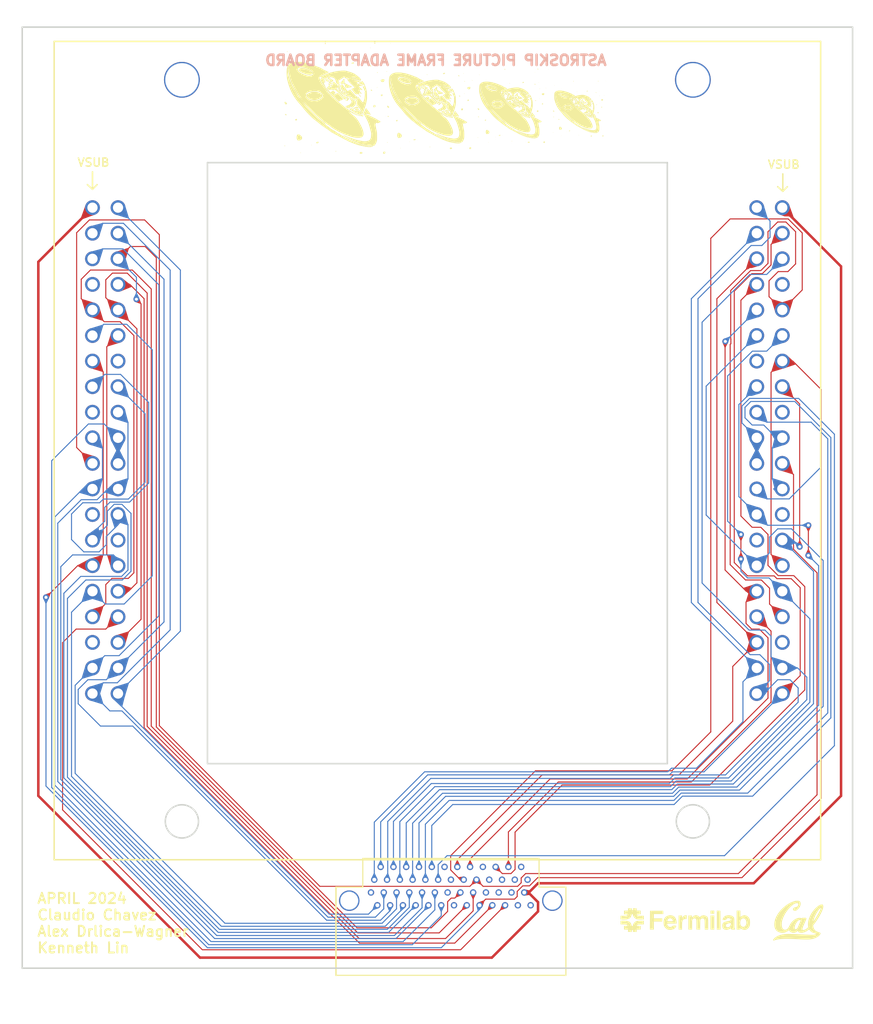
<source format=kicad_pcb>
(kicad_pcb (version 20221018) (generator pcbnew)
  (layers (0 "F.Cu" signal) (1 "In1.Cu" signal) (2 "In2.Cu" signal) (31 "B.Cu" signal) (34 "B.Paste" user) (35 "F.Paste" user) (36 "B.SilkS" user "B.Silkscreen") (37 "F.SilkS" user "F.Silkscreen") (38 "B.Mask" user) (39 "F.Mask" user) (44 "Edge.Cuts" user))
  (net 0 "")
  (net 1 "P+")
  (net 2 "N+")
  (net 3 "VSUB")
  (net 4 "VDD")
  (net 5 "VIDEO_L1")
  (net 6 "V2")
  (net 7 "VIDEO_L2")
  (net 8 "H3_L")
  (net 9 "H2")
  (net 10 "H1_L")
  (net 11 "H1_U")
  (net 12 "H3_U")
  (net 13 "VIDEO_U2")
  (net 14 "VIDEO_U1")
  (net 15 "GND")
  (net 16 "DRAIN_L")
  (net 17 "RD_L")
  (net 18 "TG_L")
  (net 19 "OG_L")
  (net 20 "RG_L")
  (net 21 "DRAIN_U")
  (net 22 "RD_U")
  (net 23 "TG_U")
  (net 24 "OG_U")
  (net 25 "RG_U")
  (net 26 "V3_L")
  (net 27 "V1_L")
  (net 28 "DG_L")
  (net 29 "SW_L")
  (net 30 "V3_U")
  (net 31 "V1_U")
  (net 32 "DG_U")
  (net 33 "SW_U")
  (footprint "MiguelFootprints:pf_skipper" (layer "F.Cu") (at 109.50448 126.81204 -90)
    (fp_text reference "PF1" hide)
    (fp_text value "pf_skipper" hide)
  )
  (footprint "projectFootprints:MNPO-51-H4-N-EJS - FEMALE" (layer "F.Cu") (at 159.6136 129.6924)
    (fp_text reference "J1" hide)
    (fp_text value "Conn_02x25_Top_Bottom" hide)
  )
  (footprint "projectFootprints:cal" (layer "F.Cu") (at 184.0484 131.6736)
    (fp_text reference "G***" hide)
    (fp_text value "LOGO" hide)
  )
  (footprint "projectFootprints:spaceman2" (layer "F.Cu") (at 147.2184 50.6476)
    (fp_text reference "G***" hide)
    (fp_text value "LOGO" hide)
  )
  (footprint "projectFootprints:spaceman4" (layer "F.Cu") (at 162.1028 51.1556)
    (fp_text reference "G***" hide)
    (fp_text value "LOGO" hide)
  )
  (footprint "projectFootprints:spaceman1" (layer "F.Cu") (at 137.8204 50.2412)
    (fp_text reference "G***" hide)
    (fp_text value "LOGO" hide)
  )
  (footprint "projectFootprints:fnal_logo" (layer "F.Cu") (at 172.8216 131.6228)
    (fp_text reference "G***" hide)
    (fp_text value "LOGO" hide)
  )
  (footprint "projectFootprints:spaceman3" (layer "F.Cu") (at 155.41378 50.915848)
    (fp_text reference "G***" hide)
    (fp_text value "LOGO" hide)
  )
  (gr_line (start 182.5244 59.2328) (end 182.9816 58.7756) (stroke (width 0.15)) (layer "F.SilkS"))
  (gr_line (start 113.8936 59.0296) (end 113.3856 58.5724) (stroke (width 0.15)) (layer "F.SilkS"))
  (gr_line (start 182.5244 57.5056) (end 182.5244 59.2328) (stroke (width 0.15)) (layer "F.SilkS"))
  (gr_line (start 182.5244 59.2328) (end 182.0164 58.7756) (stroke (width 0.15)) (layer "F.SilkS"))
  (gr_line (start 113.8936 59.0296) (end 114.3508 58.5724) (stroke (width 0.15)) (layer "F.SilkS"))
  (gr_line (start 113.8936 57.3024) (end 113.8936 59.0296) (stroke (width 0.15)) (layer "F.SilkS"))
  (gr_circle (center 122.7836 121.8184) (end 124.4346 121.8184) (stroke (width 0.15)) (fill none) (layer "Edge.Cuts"))
  (gr_circle (center 173.5836 121.8184) (end 175.2346 121.8184) (stroke (width 0.15)) (fill none) (layer "Edge.Cuts"))
  (gr_line (start 125.3236 116.078) (end 171.0436 116.078) (stroke (width 0.15)) (layer "Edge.Cuts"))
  (gr_line (start 125.3236 56.388) (end 171.0436 56.388) (stroke (width 0.15)) (layer "Edge.Cuts"))
  (gr_line (start 106.9086 42.926) (end 189.4586 42.926) (stroke (width 0.15)) (layer "Edge.Cuts"))
  (gr_line (start 125.3236 56.388) (end 125.3236 116.078) (stroke (width 0.15)) (layer "Edge.Cuts"))
  (gr_line (start 106.9086 136.398) (end 189.4586 136.398) (stroke (width 0.15)) (layer "Edge.Cuts"))
  (gr_line (start 189.4586 42.926) (end 189.4586 136.398) (stroke (width 0.15)) (layer "Edge.Cuts"))
  (gr_line (start 106.9086 42.926) (end 106.9086 136.398) (stroke (width 0.15)) (layer "Edge.Cuts"))
  (gr_line (start 171.0436 56.388) (end 171.0436 116.078) (stroke (width 0.15)) (layer "Edge.Cuts"))
  (gr_text "ASTROSKIP PICTURE FRAME ADAPTER BOARD" (at 148.0312 46.228) (layer "B.SilkS") (effects (font (size 1.016 1.016) (thickness 0.254)) (justify mirror)))
  (gr_text "APRIL 2024\nClaudio Chavez\nAlex Drlica-Wagner\nKenneth Lin" (at 108.3056 131.9276) (layer "F.SilkS") (effects (font (size 1.016 1.016) (thickness 0.1905)) (justify left)))
  (gr_text "VSUB" (at 112.3188 56.8452) (layer "F.SilkS") (effects (font (size 0.8128 0.8128)) (justify left bottom)))
  (gr_text "VSUB" (at 180.9496 57.0484) (layer "F.SilkS") (effects (font (size 0.8128 0.8128)) (justify left bottom)))
  (segment (start 152.3746 130.1496) (end 152.9842 129.54) (width 0.1016) (layer "F.Cu") (net 1))
  (segment (start 152.9842 129.54) (end 155.8544 129.54) (width 0.1016) (layer "F.Cu") (net 1))
  (segment (start 178.4604 127.4064) (end 186.3344 119.5324) (width 0.1016) (layer "F.Cu") (net 1))
  (segment (start 186.3344 78.917632) (end 183.515168 76.0984) (width 0.1016) (layer "F.Cu") (net 1))
  (segment (start 109.2708 99.568) (end 112.4204 96.4184) (width 0.1016) (layer "F.Cu") (net 1))
  (segment (start 155.8544 129.54) (end 156.1179 129.2765) (width 0.1016) (layer "F.Cu") (net 1))
  (segment (start 112.4204 96.4184) (end 113.8936 96.4184) (width 0.1016) (layer "F.Cu") (net 1))
  (segment (start 156.669476 128.2192) (end 157.343898 128.2192) (width 0.1016) (layer "F.Cu") (net 1))
  (segment (start 157.343898 128.2192) (end 158.156698 127.4064) (width 0.1016) (layer "F.Cu") (net 1))
  (segment (start 181.356 77.216) (end 182.4736 76.0984) (width 0.1016) (layer "F.Cu") (net 1))
  (segment (start 181.356 95.3008) (end 181.356 77.216) (width 0.1016) (layer "F.Cu") (net 1))
  (segment (start 182.4736 96.4184) (end 181.356 95.3008) (width 0.1016) (layer "F.Cu") (net 1))
  (segment (start 114.9604 77.1652) (end 114.9604 95.3516) (width 0.1016) (layer "F.Cu") (net 1))
  (segment (start 113.8936 76.0984) (end 114.9604 77.1652) (width 0.1016) (layer "F.Cu") (net 1))
  (segment (start 183.515168 76.0984) (end 182.4736 76.0984) (width 0.1016) (layer "F.Cu") (net 1))
  (segment (start 114.9604 95.3516) (end 113.8936 96.4184) (width 0.1016) (layer "F.Cu") (net 1))
  (segment (start 158.156698 127.4064) (end 178.4604 127.4064) (width 0.1016) (layer "F.Cu") (net 1))
  (segment (start 156.1179 129.2765) (end 156.1179 128.770776) (width 0.1016) (layer "F.Cu") (net 1))
  (segment (start 156.1179 128.770776) (end 156.669476 128.2192) (width 0.1016) (layer "F.Cu") (net 1))
  (segment (start 186.3344 119.5324) (end 186.3344 78.917632) (width 0.1016) (layer "F.Cu") (net 1))
  (via (at 109.2708 99.568) (size 0.6) (drill 0.3) (layers "F.Cu" "B.Cu") (net 1))
  (segment (start 109.2708 118.3132) (end 125.3236 134.366) (width 0.1016) (layer "B.Cu") (net 1))
  (segment (start 125.3236 134.366) (end 148.572749 134.366) (width 0.1016) (layer "B.Cu") (net 1))
  (segment (start 148.572749 134.366) (end 152.3746 130.564149) (width 0.1016) (layer "B.Cu") (net 1))
  (segment (start 152.3746 130.564149) (end 152.3746 130.1496) (width 0.1016) (layer "B.Cu") (net 1))
  (segment (start 109.2708 99.568) (end 109.2708 118.3132) (width 0.1016) (layer "B.Cu") (net 1))
  (segment (start 112.3188 84.6836) (end 112.3188 63.3476) (width 0.1016) (layer "F.Cu") (net 2))
  (segment (start 156.955702 127) (end 178.1048 127) (width 0.1016) (layer "F.Cu") (net 2))
  (segment (start 113.8936 86.2584) (end 112.3188 84.6836) (width 0.1016) (layer "F.Cu") (net 2))
  (segment (start 185.928 97.1296) (end 183.5912 94.7928) (width 0.1016) (layer "F.Cu") (net 2))
  (segment (start 183.5912 94.7928) (end 183.5912 87.376) (width 0.1016) (layer "F.Cu") (net 2))
  (segment (start 156.5148 127.9144) (end 156.5148 127.440902) (width 0.1016) (layer "F.Cu") (net 2))
  (segment (start 136.4996 128.27) (end 151.4094 128.27) (width 0.1016) (layer "F.Cu") (net 2))
  (segment (start 113.5888 62.0776) (end 119.0752 62.0776) (width 0.1016) (layer "F.Cu") (net 2))
  (segment (start 152.7302 128.27) (end 156.1592 128.27) (width 0.1016) (layer "F.Cu") (net 2))
  (segment (start 119.0752 62.0776) (end 120.542 63.5444) (width 0.1016) (layer "F.Cu") (net 2))
  (segment (start 120.542 63.5444) (end 120.542 112.3124) (width 0.1016) (layer "F.Cu") (net 2))
  (segment (start 120.542 112.3124) (end 136.4996 128.27) (width 0.1016) (layer "F.Cu") (net 2))
  (segment (start 183.5912 87.376) (end 182.4736 86.2584) (width 0.1016) (layer "F.Cu") (net 2))
  (segment (start 156.1592 128.27) (end 156.5148 127.9144) (width 0.1016) (layer "F.Cu") (net 2))
  (segment (start 152.0698 127.6096) (end 152.7302 128.27) (width 0.1016) (layer "F.Cu") (net 2))
  (segment (start 156.5148 127.440902) (end 156.955702 127) (width 0.1016) (layer "F.Cu") (net 2))
  (segment (start 151.4094 128.27) (end 152.0698 127.6096) (width 0.1016) (layer "F.Cu") (net 2))
  (segment (start 112.3188 63.3476) (end 113.5888 62.0776) (width 0.1016) (layer "F.Cu") (net 2))
  (segment (start 178.1048 127) (end 185.928 119.1768) (width 0.1016) (layer "F.Cu") (net 2))
  (segment (start 185.928 119.1768) (end 185.928 97.1296) (width 0.1016) (layer "F.Cu") (net 2))
  (segment (start 124.5818 135.3514) (end 108.5088 119.2784) (width 0.25) (layer "F.Cu") (net 3))
  (segment (start 108.5088 119.2784) (end 108.5088 66.2432) (width 0.25) (layer "F.Cu") (net 3))
  (segment (start 158.1912 127.9652) (end 179.6288 127.9652) (width 0.25) (layer "F.Cu") (net 3))
  (segment (start 157.226 128.8796) (end 158.1912 129.8448) (width 0.25) (layer "F.Cu") (net 3))
  (segment (start 179.6288 127.9652) (end 188.3156 119.2784) (width 0.25) (layer "F.Cu") (net 3))
  (segment (start 157.2768 128.8796) (end 158.1912 127.9652) (width 0.25) (layer "F.Cu") (net 3))
  (segment (start 182.5752 60.96) (end 182.4736 60.8584) (width 0.25) (layer "F.Cu") (net 3))
  (segment (start 108.5088 66.2432) (end 113.8936 60.8584) (width 0.25) (layer "F.Cu") (net 3))
  (segment (start 158.1912 130.7592) (end 153.599 135.3514) (width 0.25) (layer "F.Cu") (net 3))
  (segment (start 156.8196 128.8796) (end 157.226 128.8796) (width 0.25) (layer "F.Cu") (net 3))
  (segment (start 158.1912 129.8448) (end 158.1912 130.7592) (width 0.25) (layer "F.Cu") (net 3))
  (segment (start 188.3156 119.2784) (end 188.3156 66.7004) (width 0.25) (layer "F.Cu") (net 3))
  (segment (start 188.3156 66.7004) (end 182.4736 60.8584) (width 0.25) (layer "F.Cu") (net 3))
  (segment (start 153.599 135.3514) (end 124.5818 135.3514) (width 0.25) (layer "F.Cu") (net 3))
  (segment (start 156.8196 128.8796) (end 157.2768 128.8796) (width 0.25) (layer "F.Cu") (net 3))
  (segment (start 175.3616 63.9064) (end 177.292 61.976) (width 0.1016) (layer "F.Cu") (net 4))
  (segment (start 177.292 74.438949) (end 177.292 96.3168) (width 0.1016) (layer "F.Cu") (net 4))
  (segment (start 177.3602 73.914451) (end 177.3602 74.370749) (width 0.1016) (layer "F.Cu") (net 4))
  (segment (start 113.6904 67.056) (end 112.776 67.9704) (width 0.1016) (layer "F.Cu") (net 4))
  (segment (start 112.776 67.9704) (end 112.776 69.9008) (width 0.1016) (layer "F.Cu") (net 4))
  (segment (start 115.2144 100.1776) (end 115.2144 98.298) (width 0.1016) (layer "F.Cu") (net 4))
  (segment (start 178.816 97.8408) (end 180.3908 97.8408) (width 0.1016) (layer "F.Cu") (net 4))
  (segment (start 181.0512 63.246) (end 181.0512 66.3956) (width 0.1016) (layer "F.Cu") (net 4))
  (segment (start 117.856 67.056) (end 113.6904 67.056) (width 0.1016) (layer "F.Cu") (net 4))
  (segment (start 115.062 72.1868) (end 113.8936 71.0184) (width 0.1016) (layer "F.Cu") (net 4))
  (segment (start 119.7356 112.359052) (end 119.7356 68.9356) (width 0.1016) (layer "F.Cu") (net 4))
  (segment (start 182.0672 67.2084) (end 183.0324 67.2084) (width 0.1016) (layer "F.Cu") (net 4))
  (segment (start 184.4548 63.371062) (end 184.4548 69.0372) (width 0.1016) (layer "F.Cu") (net 4))
  (segment (start 180.34 67.1068) (end 179.324 67.1068) (width 0.1016) (layer "F.Cu") (net 4))
  (segment (start 183.7944 66.4464) (end 183.7944 63.246) (width 0.1016) (layer "F.Cu") (net 4))
  (segment (start 179.324 67.1068) (end 177.3428 69.088) (width 0.1016) (layer "F.Cu") (net 4))
  (segment (start 150.4696 127.6096) (end 149.5044 126.6444) (width 0.1016) (layer "F.Cu") (net 4))
  (segment (start 177.3428 69.088) (end 177.3428 73.897051) (width 0.1016) (layer "F.Cu") (net 4))
  (segment (start 157.9372 116.7892) (end 171.5008 116.7892) (width 0.1016) (layer "F.Cu") (net 4))
  (segment (start 175.3616 112.9284) (end 175.3616 63.9064) (width 0.1016) (layer "F.Cu") (net 4))
  (segment (start 181.1528 69.6976) (end 181.1528 68.1228) (width 0.1016) (layer "F.Cu") (net 4))
  (segment (start 181.0512 66.3956) (end 180.34 67.1068) (width 0.1016) (layer "F.Cu") (net 4))
  (segment (start 182.4736 71.0184) (end 181.1528 69.6976) (width 0.1016) (layer "F.Cu") (net 4))
  (segment (start 183.7944 63.246) (end 182.8292 62.2808) (width 0.1016) (layer "F.Cu") (net 4))
  (segment (start 115.824 97.6884) (end 117.4496 97.6884) (width 0.1016) (layer "F.Cu") (net 4))
  (segment (start 182.0164 62.2808) (end 181.0512 63.246) (width 0.1016) (layer "F.Cu") (net 4))
  (segment (start 113.8936 101.4984) (end 115.2144 100.1776) (width 0.1016) (layer "F.Cu") (net 4))
  (segment (start 149.5044 125.222) (end 157.9372 116.7892) (width 0.1016) (layer "F.Cu") (net 4))
  (segment (start 183.0324 67.2084) (end 183.7944 66.4464) (width 0.1016) (layer "F.Cu") (net 4))
  (segment (start 148.3614 132.8928) (end 140.269348 132.8928) (width 0.1016) (layer "F.Cu") (net 4))
  (segment (start 181.2036 98.6536) (end 181.2036 100.2284) (width 0.1016) (layer "F.Cu") (net 4))
  (segment (start 177.3602 74.370749) (end 177.292 74.438949) (width 0.1016) (layer "F.Cu") (net 4))
  (segment (start 119.7356 68.9356) (end 117.856 67.056) (width 0.1016) (layer "F.Cu") (net 4))
  (segment (start 184.4548 69.0372) (end 182.4736 71.0184) (width 0.1016) (layer "F.Cu") (net 4))
  (segment (start 177.292 96.3168) (end 178.816 97.8408) (width 0.1016) (layer "F.Cu") (net 4))
  (segment (start 182.8292 62.2808) (end 182.0164 62.2808) (width 0.1016) (layer "F.Cu") (net 4))
  (segment (start 183.059738 61.976) (end 184.4548 63.371062) (width 0.1016) (layer "F.Cu") (net 4))
  (segment (start 118.0084 97.1296) (end 118.0084 73.5584) (width 0.1016) (layer "F.Cu") (net 4))
  (segment (start 177.3428 73.897051) (end 177.3602 73.914451) (width 0.1016) (layer "F.Cu") (net 4))
  (segment (start 149.5044 126.6444) (end 149.5044 125.222) (width 0.1016) (layer "F.Cu") (net 4))
  (segment (start 118.0084 73.5584) (end 116.6368 72.1868) (width 0.1016) (layer "F.Cu") (net 4))
  (segment (start 116.6368 72.1868) (end 115.062 72.1868) (width 0.1016) (layer "F.Cu") (net 4))
  (segment (start 115.2144 98.298) (end 115.824 97.6884) (width 0.1016) (layer "F.Cu") (net 4))
  (segment (start 151.1046 130.1496) (end 148.3614 132.8928) (width 0.1016) (layer "F.Cu") (net 4))
  (segment (start 140.269348 132.8928) (end 119.7356 112.359052) (width 0.1016) (layer "F.Cu") (net 4))
  (segment (start 112.776 69.9008) (end 113.8936 71.0184) (width 0.1016) (layer "F.Cu") (net 4))
  (segment (start 177.292 61.976) (end 183.059738 61.976) (width 0.1016) (layer "F.Cu") (net 4))
  (segment (start 181.2036 100.2284) (end 182.4736 101.4984) (width 0.1016) (layer "F.Cu") (net 4))
  (segment (start 117.4496 97.6884) (end 118.0084 97.1296) (width 0.1016) (layer "F.Cu") (net 4))
  (segment (start 181.1528 68.1228) (end 182.0672 67.2084) (width 0.1016) (layer "F.Cu") (net 4))
  (segment (start 171.5008 116.7892) (end 175.3616 112.9284) (width 0.1016) (layer "F.Cu") (net 4))
  (segment (start 180.3908 97.8408) (end 181.2036 98.6536) (width 0.1016) (layer "F.Cu") (net 4))
  (segment (start 150.7998 127.6096) (end 150.4696 127.6096) (width 0.1016) (layer "F.Cu") (net 4))
  (segment (start 112.268 102.7176) (end 110.9218 104.0638) (width 0.1016) (layer "F.Cu") (net 5))
  (segment (start 115.2144 102.7176) (end 112.268 102.7176) (width 0.1016) (layer "F.Cu") (net 5))
  (segment (start 150.495 134.5692) (end 154.9146 130.1496) (width 0.1016) (layer "F.Cu") (net 5))
  (segment (start 110.9218 104.0638) (end 110.9218 120.6754) (width 0.1016) (layer "F.Cu") (net 5))
  (segment (start 116.4336 101.4984) (end 115.2144 102.7176) (width 0.1016) (layer "F.Cu") (net 5))
  (segment (start 124.8156 134.5692) (end 150.495 134.5692) (width 0.1016) (layer "F.Cu") (net 5))
  (segment (start 110.9218 120.6754) (end 124.8156 134.5692) (width 0.1016) (layer "F.Cu") (net 5))
  (segment (start 147.6248 122.2248) (end 149.7076 120.142) (width 0.1016) (layer "B.Cu") (net 6))
  (segment (start 178.7652 81.7372) (end 179.4764 82.4484) (width 0.1016) (layer "B.Cu") (net 6))
  (segment (start 179.4764 82.4484) (end 180.625254 82.4484) (width 0.1016) (layer "B.Cu") (net 6))
  (segment (start 171.716187 120.142) (end 172.545642 119.312545) (width 0.1016) (layer "B.Cu") (net 6))
  (segment (start 183.716327 80.1084) (end 179.347326 80.1084) (width 0.1016) (layer "B.Cu") (net 6))
  (segment (start 147.9296 128.8796) (end 147.9296 130.6068) (width 0.1016) (layer "B.Cu") (net 6))
  (segment (start 114.8809 87.8111) (end 114.8809 84.7057) (width 0.1016) (layer "B.Cu") (net 6))
  (segment (start 110.1408 91.586) (end 112.9284 88.7984) (width 0.1016) (layer "B.Cu") (net 6))
  (segment (start 114.8809 84.7057) (end 113.8936 83.7184) (width 0.1016) (layer "B.Cu") (net 6))
  (segment (start 187.2996 111.536674) (end 187.2996 83.691673) (width 0.1016) (layer "B.Cu") (net 6))
  (segment (start 110.1408 118.218) (end 110.1408 91.586) (width 0.1016) (layer "B.Cu") (net 6))
  (segment (start 147.9296 130.6068) (end 144.78 133.7564) (width 0.1016) (layer "B.Cu") (net 6))
  (segment (start 178.7652 80.690526) (end 178.7652 81.7372) (width 0.1016) (layer "B.Cu") (net 6))
  (segment (start 181.4863 84.7057) (end 181.4863 87.8111) (width 0.1016) (layer "B.Cu") (net 6))
  (segment (start 149.7076 120.142) (end 171.716187 120.142) (width 0.1016) (layer "B.Cu") (net 6))
  (segment (start 181.61 88.7984) (end 182.4736 88.7984) (width 0.1016) (layer "B.Cu") (net 6))
  (segment (start 179.347326 80.1084) (end 178.7652 80.690526) (width 0.1016) (layer "B.Cu") (net 6))
  (segment (start 112.9284 88.7984) (end 113.8936 88.7984) (width 0.1016) (layer "B.Cu") (net 6))
  (segment (start 187.2996 83.691673) (end 183.716327 80.1084) (width 0.1016) (layer "B.Cu") (net 6))
  (segment (start 179.523729 119.312545) (end 187.2996 111.536674) (width 0.1016) (layer "B.Cu") (net 6))
  (segment (start 181.4863 87.8111) (end 182.4736 88.7984) (width 0.1016) (layer "B.Cu") (net 6))
  (segment (start 180.625254 82.4484) (end 181.895254 83.7184) (width 0.1016) (layer "B.Cu") (net 6))
  (segment (start 113.8936 88.7984) (end 114.8809 87.8111) (width 0.1016) (layer "B.Cu") (net 6))
  (segment (start 172.545642 119.312545) (end 179.523729 119.312545) (width 0.1016) (layer "B.Cu") (net 6))
  (segment (start 144.78 133.7564) (end 125.6792 133.7564) (width 0.1016) (layer "B.Cu") (net 6))
  (segment (start 147.6248 126.3396) (end 147.6248 122.2248) (width 0.1016) (layer "B.Cu") (net 6))
  (segment (start 181.895254 83.7184) (end 182.4736 83.7184) (width 0.1016) (layer "B.Cu") (net 6))
  (segment (start 182.4736 83.7184) (end 181.4863 84.7057) (width 0.1016) (layer "B.Cu") (net 6))
  (segment (start 125.6792 133.7564) (end 110.1408 118.218) (width 0.1016) (layer "B.Cu") (net 6))
  (segment (start 153.6446 130.1496) (end 153.6446 130.175) (width 0.1016) (layer "F.Cu") (net 7))
  (segment (start 117.602 68.4784) (end 116.4336 68.4784) (width 0.1016) (layer "F.Cu") (net 7))
  (segment (start 119.0244 112.500904) (end 119.0244 69.9008) (width 0.1016) (layer "F.Cu") (net 7))
  (segment (start 140.432296 133.9088) (end 119.0244 112.500904) (width 0.1016) (layer "F.Cu") (net 7))
  (segment (start 153.6446 130.175) (end 149.9108 133.9088) (width 0.1016) (layer "F.Cu") (net 7))
  (segment (start 119.0244 69.9008) (end 117.602 68.4784) (width 0.1016) (layer "F.Cu") (net 7))
  (segment (start 149.9108 133.9088) (end 140.432296 133.9088) (width 0.1016) (layer "F.Cu") (net 7))
  (segment (start 116.4336 63.3984) (end 121.0056 67.9704) (width 0.1016) (layer "B.Cu") (net 8))
  (segment (start 142.532 131.6356) (end 137.1728 131.6356) (width 0.1016) (layer "B.Cu") (net 8))
  (segment (start 143.4846 130.1496) (end 143.4846 130.683) (width 0.1016) (layer "B.Cu") (net 8))
  (segment (start 114.687913 112.351113) (end 112.4712 110.1344) (width 0.1016) (layer "B.Cu") (net 8))
  (segment (start 137.1728 131.6356) (end 117.888313 112.351113) (width 0.1016) (layer "B.Cu") (net 8))
  (segment (start 143.4846 130.683) (end 142.532 131.6356) (width 0.1016) (layer "B.Cu") (net 8))
  (segment (start 115.2652 107.7468) (end 116.4336 106.5784) (width 0.1016) (layer "B.Cu") (net 8))
  (segment (start 113.4364 107.7468) (end 115.2652 107.7468) (width 0.1016) (layer "B.Cu") (net 8))
  (segment (start 112.4712 110.1344) (end 112.4712 108.712) (width 0.1016) (layer "B.Cu") (net 8))
  (segment (start 117.888313 112.351113) (end 114.687913 112.351113) (width 0.1016) (layer "B.Cu") (net 8))
  (segment (start 121.0056 102.0064) (end 116.4336 106.5784) (width 0.1016) (layer "B.Cu") (net 8))
  (segment (start 121.0056 67.9704) (end 121.0056 102.0064) (width 0.1016) (layer "B.Cu") (net 8))
  (segment (start 112.4712 108.712) (end 113.4364 107.7468) (width 0.1016) (layer "B.Cu") (net 8))
  (segment (start 184.2516 98.6028) (end 183.3561 97.7073) (width 0.1016) (layer "F.Cu") (net 9))
  (segment (start 180.4924 67.4116) (end 181.356 66.548) (width 0.1016) (layer "F.Cu") (net 9))
  (segment (start 184.2516 107.3404) (end 184.2516 98.6028) (width 0.1016) (layer "F.Cu") (net 9))
  (segment (start 179.0192 97.4344) (end 177.6984 96.1136) (width 0.1016) (layer "F.Cu") (net 9))
  (segment (start 183.3561 97.7073) (end 181.93972 97.7073) (width 0.1016) (layer "F.Cu") (net 9))
  (segment (start 177.6984 69.158926) (end 179.445726 67.4116) (width 0.1016) (layer "F.Cu") (net 9))
  (segment (start 181.66682 97.4344) (end 179.0192 97.4344) (width 0.1016) (layer "F.Cu") (net 9))
  (segment (start 177.6984 96.1136) (end 177.6984 69.158926) (width 0.1016) (layer "F.Cu") (net 9))
  (segment (start 181.356 66.548) (end 181.356 64.516) (width 0.1016) (layer "F.Cu") (net 9))
  (segment (start 181.93972 97.7073) (end 181.66682 97.4344) (width 0.1016) (layer "F.Cu") (net 9))
  (segment (start 181.356 64.516) (end 182.4736 63.3984) (width 0.1016) (layer "F.Cu") (net 9))
  (segment (start 182.4736 109.1184) (end 184.2516 107.3404) (width 0.1016) (layer "F.Cu") (net 9))
  (segment (start 179.445726 67.4116) (end 180.4924 67.4116) (width 0.1016) (layer "F.Cu") (net 9))
  (segment (start 137.308274 131.334) (end 116.819874 110.8456) (width 0.1016) (layer "B.Cu") (net 9))
  (segment (start 142.0208 131.334) (end 137.308274 131.334) (width 0.1016) (layer "B.Cu") (net 9))
  (segment (start 171.546233 116.899745) (end 174.692255 116.899745) (width 0.1016) (layer "B.Cu") (net 9))
  (segment (start 171.250378 117.1956) (end 171.546233 116.899745) (width 0.1016) (layer "B.Cu") (net 9))
  (segment (start 142.5448 121.8692) (end 147.2184 117.1956) (width 0.1016) (layer "B.Cu") (net 9))
  (segment (start 142.5448 126.3396) (end 142.5448 121.8692) (width 0.1016) (layer "B.Cu") (net 9))
  (segment (start 116.9703 62.4111) (end 121.6152 67.056) (width 0.1016) (layer "B.Cu") (net 9))
  (segment (start 121.6152 102.7971) (end 116.3607 108.0516) (width 0.1016) (layer "B.Cu") (net 9))
  (segment (start 114.8809 62.4111) (end 116.9703 62.4111) (width 0.1016) (layer "B.Cu") (net 9))
  (segment (start 115.6208 110.8456) (end 113.8936 109.1184) (width 0.1016) (layer "B.Cu") (net 9))
  (segment (start 113.8936 63.3984) (end 114.8809 62.4111) (width 0.1016) (layer "B.Cu") (net 9))
  (segment (start 142.8496 130.5052) (end 142.0208 131.334) (width 0.1016) (layer "B.Cu") (net 9))
  (segment (start 116.819874 110.8456) (end 115.6208 110.8456) (width 0.1016) (layer "B.Cu") (net 9))
  (segment (start 114.9604 108.0516) (end 113.8936 109.1184) (width 0.1016) (layer "B.Cu") (net 9))
  (segment (start 116.3607 108.0516) (end 114.9604 108.0516) (width 0.1016) (layer "B.Cu") (net 9))
  (segment (start 147.2184 117.1956) (end 171.250378 117.1956) (width 0.1016) (layer "B.Cu") (net 9))
  (segment (start 174.692255 116.899745) (end 182.4736 109.1184) (width 0.1016) (layer "B.Cu") (net 9))
  (segment (start 121.6152 67.056) (end 121.6152 102.7971) (width 0.1016) (layer "B.Cu") (net 9))
  (segment (start 142.8496 128.8796) (end 142.8496 130.5052) (width 0.1016) (layer "B.Cu") (net 9))
  (segment (start 116.4336 60.8584) (end 122.6312 67.056) (width 0.1016) (layer "B.Cu") (net 10))
  (segment (start 116.4336 110.0328) (end 116.4336 109.1184) (width 0.1016) (layer "B.Cu") (net 10))
  (segment (start 142.2146 130.1496) (end 141.3318 131.0324) (width 0.1016) (layer "B.Cu") (net 10))
  (segment (start 137.4332 131.0324) (end 116.4336 110.0328) (width 0.1016) (layer "B.Cu") (net 10))
  (segment (start 122.6312 102.9208) (end 116.4336 109.1184) (width 0.1016) (layer "B.Cu") (net 10))
  (segment (start 122.6312 67.056) (end 122.6312 102.9208) (width 0.1016) (layer "B.Cu") (net 10))
  (segment (start 141.3318 131.0324) (end 137.4332 131.0324) (width 0.1016) (layer "B.Cu") (net 10))
  (segment (start 174.0916 100.076) (end 174.0916 69.9008) (width 0.1016) (layer "B.Cu") (net 11))
  (segment (start 184.0484 109.982) (end 184.0484 108.5596) (width 0.1016) (layer "B.Cu") (net 11))
  (segment (start 180.6448 109.1184) (end 179.9336 109.1184) (width 0.1016) (layer "B.Cu") (net 11))
  (segment (start 181.2036 106.2228) (end 180.2384 105.2576) (width 0.1016) (layer "B.Cu") (net 11))
  (segment (start 181.2544 62.1792) (end 179.9336 60.8584) (width 0.1016) (layer "B.Cu") (net 11))
  (segment (start 171.67116 117.201345) (end 176.829055 117.201345) (width 0.1016) (layer "B.Cu") (net 11))
  (segment (start 179.9336 109.1184) (end 181.2036 107.8484) (width 0.1016) (layer "B.Cu") (net 11))
  (segment (start 147.5232 117.5512) (end 171.321305 117.5512) (width 0.1016) (layer "B.Cu") (net 11))
  (segment (start 143.1798 127.6096) (end 143.2465 127.5429) (width 0.1016) (layer "B.Cu") (net 11))
  (segment (start 181.2544 63.8048) (end 181.2544 62.1792) (width 0.1016) (layer "B.Cu") (net 11))
  (segment (start 183.2356 107.7468) (end 182.0164 107.7468) (width 0.1016) (layer "B.Cu") (net 11))
  (segment (start 143.2465 127.5429) (end 143.2465 121.8279) (width 0.1016) (layer "B.Cu") (net 11))
  (segment (start 174.0916 69.9008) (end 179.3748 64.6176) (width 0.1016) (layer "B.Cu") (net 11))
  (segment (start 143.2465 121.8279) (end 147.5232 117.5512) (width 0.1016) (layer "B.Cu") (net 11))
  (segment (start 180.2384 105.2576) (end 179.2732 105.2576) (width 0.1016) (layer "B.Cu") (net 11))
  (segment (start 179.2732 105.2576) (end 174.0916 100.076) (width 0.1016) (layer "B.Cu") (net 11))
  (segment (start 181.2036 107.8484) (end 181.2036 106.2228) (width 0.1016) (layer "B.Cu") (net 11))
  (segment (start 179.3748 64.6176) (end 180.4416 64.6176) (width 0.1016) (layer "B.Cu") (net 11))
  (segment (start 184.0484 108.5596) (end 183.2356 107.7468) (width 0.1016) (layer "B.Cu") (net 11))
  (segment (start 180.4416 64.6176) (end 181.2544 63.8048) (width 0.1016) (layer "B.Cu") (net 11))
  (segment (start 182.0164 107.7468) (end 180.6448 109.1184) (width 0.1016) (layer "B.Cu") (net 11))
  (segment (start 176.829055 117.201345) (end 184.0484 109.982) (width 0.1016) (layer "B.Cu") (net 11))
  (segment (start 171.321305 117.5512) (end 171.67116 117.201345) (width 0.1016) (layer "B.Cu") (net 11))
  (segment (start 173.4312 100.076) (end 173.4312 69.9008) (width 0.1016) (layer "B.Cu") (net 12))
  (segment (start 173.4312 69.9008) (end 179.9336 63.3984) (width 0.1016) (layer "B.Cu") (net 12))
  (segment (start 173.9392 116.5352) (end 178.562 111.9124) (width 0.1016) (layer "B.Cu") (net 12))
  (segment (start 178.562 107.95) (end 179.9336 106.5784) (width 0.1016) (layer "B.Cu") (net 12))
  (segment (start 179.9336 106.5784) (end 173.4312 100.076) (width 0.1016) (layer "B.Cu") (net 12))
  (segment (start 141.9098 121.8946) (end 146.9104 116.894) (width 0.1016) (layer "B.Cu") (net 12))
  (segment (start 141.9098 127.6096) (end 141.9098 121.8946) (width 0.1016) (layer "B.Cu") (net 12))
  (segment (start 146.9104 116.894) (end 171.0912 116.894) (width 0.1016) (layer "B.Cu") (net 12))
  (segment (start 171.0912 116.894) (end 171.45 116.5352) (width 0.1016) (layer "B.Cu") (net 12))
  (segment (start 171.45 116.5352) (end 173.9392 116.5352) (width 0.1016) (layer "B.Cu") (net 12))
  (segment (start 178.562 111.9124) (end 178.562 107.95) (width 0.1016) (layer "B.Cu") (net 12))
  (segment (start 181.0512 93.3196) (end 181.0512 96.392254) (width 0.1016) (layer "F.Cu") (net 13))
  (segment (start 160.5788 118.2116) (end 155.9052 122.8852) (width 0.1016) (layer "F.Cu") (net 13))
  (segment (start 180.34 92.6084) (end 181.0512 93.3196) (width 0.1016) (layer "F.Cu") (net 13))
  (segment (start 178.3588 91.4908) (end 179.4764 92.6084) (width 0.1016) (layer "F.Cu") (net 13))
  (segment (start 183.6133 97.4057) (end 184.7088 98.5012) (width 0.1016) (layer "F.Cu") (net 13))
  (segment (start 155.9052 126.5936) (end 155.4988 127) (width 0.1016) (layer "F.Cu") (net 13))
  (segment (start 175.26 118.2116) (end 160.5788 118.2116) (width 0.1016) (layer "F.Cu") (net 13))
  (segment (start 184.7088 108.7628) (end 175.26 118.2116) (width 0.1016) (layer "F.Cu") (net 13))
  (segment (start 155.4988 127) (end 154.6352 127) (width 0.1016) (layer "F.Cu") (net 13))
  (segment (start 181.0512 96.392254) (end 182.064646 97.4057) (width 0.1016) (layer "F.Cu") (net 13))
  (segment (start 178.3588 70.0532) (end 178.3588 91.4908) (width 0.1016) (layer "F.Cu") (net 13))
  (segment (start 184.7088 98.5012) (end 184.7088 108.7628) (width 0.1016) (layer "F.Cu") (net 13))
  (segment (start 179.4764 92.6084) (end 180.34 92.6084) (width 0.1016) (layer "F.Cu") (net 13))
  (segment (start 182.064646 97.4057) (end 183.6133 97.4057) (width 0.1016) (layer "F.Cu") (net 13))
  (segment (start 179.9336 68.4784) (end 178.3588 70.0532) (width 0.1016) (layer "F.Cu") (net 13))
  (segment (start 155.9052 122.8852) (end 155.9052 126.5936) (width 0.1016) (layer "F.Cu") (net 13))
  (segment (start 154.6352 127) (end 153.9748 126.3396) (width 0.1016) (layer "F.Cu") (net 13))
  (segment (start 181.356 102.9208) (end 179.9336 101.4984) (width 0.1016) (layer "F.Cu") (net 14))
  (segment (start 173.4312 117.9068) (end 181.356 109.982) (width 0.1016) (layer "F.Cu") (net 14))
  (segment (start 155.2448 122.865073) (end 160.203073 117.9068) (width 0.1016) (layer "F.Cu") (net 14))
  (segment (start 155.2448 126.3396) (end 155.2448 122.865073) (width 0.1016) (layer "F.Cu") (net 14))
  (segment (start 181.356 109.982) (end 181.356 102.9208) (width 0.1016) (layer "F.Cu") (net 14))
  (segment (start 160.203073 117.9068) (end 173.4312 117.9068) (width 0.1016) (layer "F.Cu") (net 14))
  (segment (start 140.401622 133.4516) (end 119.3292 112.379178) (width 0.1016) (layer "F.Cu") (net 16))
  (segment (start 151.7396 128.8796) (end 151.7396 130.7084) (width 0.1016) (layer "F.Cu") (net 16))
  (segment (start 151.7396 130.7084) (end 148.9964 133.4516) (width 0.1016) (layer "F.Cu") (net 16))
  (segment (start 115.2144 69.7992) (end 116.4336 71.0184) (width 0.1016) (layer "F.Cu") (net 16))
  (segment (start 115.8748 67.3608) (end 115.2144 68.0212) (width 0.1016) (layer "F.Cu") (net 16))
  (segment (start 117.475168 98.9584) (end 118.31 98.123568) (width 0.1016) (layer "F.Cu") (net 16))
  (segment (start 119.3292 69.342) (end 117.348 67.3608) (width 0.1016) (layer "F.Cu") (net 16))
  (segment (start 148.9964 133.4516) (end 140.401622 133.4516) (width 0.1016) (layer "F.Cu") (net 16))
  (segment (start 117.348 67.3608) (end 115.8748 67.3608) (width 0.1016) (layer "F.Cu") (net 16))
  (segment (start 118.31 72.8948) (end 116.4336 71.0184) (width 0.1016) (layer "F.Cu") (net 16))
  (segment (start 116.4336 98.9584) (end 117.475168 98.9584) (width 0.1016) (layer "F.Cu") (net 16))
  (segment (start 118.31 98.123568) (end 118.31 72.8948) (width 0.1016) (layer "F.Cu") (net 16))
  (segment (start 115.2144 68.0212) (end 115.2144 69.7992) (width 0.1016) (layer "F.Cu") (net 16))
  (segment (start 119.3292 112.379178) (end 119.3292 69.342) (width 0.1016) (layer "F.Cu") (net 16))
  (segment (start 149.1996 129.794) (end 149.5552 129.4384) (width 0.1016) (layer "F.Cu") (net 17))
  (segment (start 149.5552 129.4384) (end 149.9108 129.4384) (width 0.1016) (layer "F.Cu") (net 17))
  (segment (start 119.126 64.7192) (end 120.2404 65.8336) (width 0.1016) (layer "F.Cu") (net 17))
  (segment (start 118.2624 69.9516) (end 118.7228 70.412) (width 0.1016) (layer "F.Cu") (net 17))
  (segment (start 149.9108 129.4384) (end 150.4696 128.8796) (width 0.1016) (layer "F.Cu") (net 17))
  (segment (start 120.2404 112.437326) (end 140.187874 132.3848) (width 0.1016) (layer "F.Cu") (net 17))
  (segment (start 140.187874 132.3848) (end 147.574 132.3848) (width 0.1016) (layer "F.Cu") (net 17))
  (segment (start 116.4336 65.9384) (end 117.6528 64.7192) (width 0.1016) (layer "F.Cu") (net 17))
  (segment (start 118.7228 70.412) (end 118.7228 101.7492) (width 0.1016) (layer "F.Cu") (net 17))
  (segment (start 147.574 132.3848) (end 149.1996 130.7592) (width 0.1016) (layer "F.Cu") (net 17))
  (segment (start 149.1996 130.7592) (end 149.1996 129.794) (width 0.1016) (layer "F.Cu") (net 17))
  (segment (start 117.6528 64.7192) (end 119.126 64.7192) (width 0.1016) (layer "F.Cu") (net 17))
  (segment (start 118.7228 101.7492) (end 116.4336 104.0384) (width 0.1016) (layer "F.Cu") (net 17))
  (segment (start 120.2404 65.8336) (end 120.2404 112.437326) (width 0.1016) (layer "F.Cu") (net 17))
  (via (at 118.2624 69.9516) (size 0.6) (drill 0.3) (layers "F.Cu" "B.Cu") (net 17))
  (segment (start 118.2624 69.9516) (end 118.2624 67.7672) (width 0.1016) (layer "B.Cu") (net 17))
  (segment (start 118.2624 67.7672) (end 116.4336 65.9384) (width 0.1016) (layer "B.Cu") (net 17))
  (segment (start 115.316 95.3008) (end 116.4336 96.4184) (width 0.1016) (layer "F.Cu") (net 18))
  (segment (start 115.316 74.676) (end 115.316 95.3008) (width 0.1016) (layer "F.Cu") (net 18))
  (segment (start 116.4336 73.5584) (end 115.316 74.676) (width 0.1016) (layer "F.Cu") (net 18))
  (segment (start 115.9764 95.3516) (end 116.4336 95.8088) (width 0.1016) (layer "B.Cu") (net 18))
  (segment (start 111.9124 95.3516) (end 115.9764 95.3516) (width 0.1016) (layer "B.Cu") (net 18))
  (segment (start 116.4336 95.8088) (end 116.4336 96.4184) (width 0.1016) (layer "B.Cu") (net 18))
  (segment (start 110.744 117.6528) (end 110.744 96.52) (width 0.1016) (layer "B.Cu") (net 18))
  (segment (start 146.6596 128.8796) (end 146.6596 130.4036) (width 0.1016) (layer "B.Cu") (net 18))
  (segment (start 146.6596 130.4036) (end 143.91 133.1532) (width 0.1016) (layer "B.Cu") (net 18))
  (segment (start 110.744 96.52) (end 111.9124 95.3516) (width 0.1016) (layer "B.Cu") (net 18))
  (segment (start 143.91 133.1532) (end 126.2444 133.1532) (width 0.1016) (layer "B.Cu") (net 18))
  (segment (start 126.2444 133.1532) (end 110.744 117.6528) (width 0.1016) (layer "B.Cu") (net 18))
  (segment (start 117.585676 90.10485) (end 115.63515 90.10485) (width 0.1016) (layer "B.Cu") (net 19))
  (segment (start 113.2332 97.8408) (end 116.860126 97.8408) (width 0.1016) (layer "B.Cu") (net 19))
  (segment (start 115.3668 91.008946) (end 115.3668 92.4052) (width 0.1016) (layer "B.Cu") (net 19))
  (segment (start 115.1128 90.6272) (end 115.1128 91.9988) (width 0.1016) (layer "B.Cu") (net 19))
  (segment (start 145.3896 130.358074) (end 143.207274 132.5404) (width 0.1016) (layer "B.Cu") (net 19))
  (segment (start 143.207274 132.5404) (end 126.515326 132.5404) (width 0.1016) (layer "B.Cu") (net 19))
  (segment (start 119.4816 80.2132) (end 119.4816 88.208926) (width 0.1016) (layer "B.Cu") (net 19))
  (segment (start 113.8936 78.6384) (end 115.1128 77.4192) (width 0.1016) (layer "B.Cu") (net 19))
  (segment (start 126.515326 132.5404) (end 111.4044 117.429474) (width 0.1016) (layer "B.Cu") (net 19))
  (segment (start 115.1128 91.9988) (end 113.8936 93.218) (width 0.1016) (layer "B.Cu") (net 19))
  (segment (start 111.4044 117.429474) (end 111.4044 99.6696) (width 0.1016) (layer "B.Cu") (net 19))
  (segment (start 115.3668 92.4052) (end 113.8936 93.8784) (width 0.1016) (layer "B.Cu") (net 19))
  (segment (start 111.4044 99.6696) (end 113.2332 97.8408) (width 0.1016) (layer "B.Cu") (net 19))
  (segment (start 115.1128 77.4192) (end 116.6876 77.4192) (width 0.1016) (layer "B.Cu") (net 19))
  (segment (start 116.053346 90.3224) (end 115.3668 91.008946) (width 0.1016) (layer "B.Cu") (net 19))
  (segment (start 117.7225 96.978426) (end 117.7225 91.231046) (width 0.1016) (layer "B.Cu") (net 19))
  (segment (start 116.813854 90.3224) (end 116.053346 90.3224) (width 0.1016) (layer "B.Cu") (net 19))
  (segment (start 113.8936 93.218) (end 113.8936 93.8784) (width 0.1016) (layer "B.Cu") (net 19))
  (segment (start 116.6876 77.4192) (end 119.4816 80.2132) (width 0.1016) (layer "B.Cu") (net 19))
  (segment (start 145.3896 128.8796) (end 145.3896 130.358074) (width 0.1016) (layer "B.Cu") (net 19))
  (segment (start 116.860126 97.8408) (end 117.7225 96.978426) (width 0.1016) (layer "B.Cu") (net 19))
  (segment (start 115.63515 90.10485) (end 115.1128 90.6272) (width 0.1016) (layer "B.Cu") (net 19))
  (segment (start 119.4816 88.208926) (end 117.585676 90.10485) (width 0.1016) (layer "B.Cu") (net 19))
  (segment (start 117.7225 91.231046) (end 116.813854 90.3224) (width 0.1016) (layer "B.Cu") (net 19))
  (segment (start 115.1128 105.3592) (end 113.8936 106.5784) (width 0.1016) (layer "B.Cu") (net 20))
  (segment (start 142.6876 131.9372) (end 127.0604 131.9372) (width 0.1016) (layer "B.Cu") (net 20))
  (segment (start 120.4976 101.3968) (end 116.5352 105.3592) (width 0.1016) (layer "B.Cu") (net 20))
  (segment (start 114.8809 64.9511) (end 116.9195 64.9511) (width 0.1016) (layer "B.Cu") (net 20))
  (segment (start 112.1696 117.0464) (end 112.1696 108.3024) (width 0.1016) (layer "B.Cu") (net 20))
  (segment (start 113.8936 65.9384) (end 114.8809 64.9511) (width 0.1016) (layer "B.Cu") (net 20))
  (segment (start 127.0604 131.9372) (end 112.1696 117.0464) (width 0.1016) (layer "B.Cu") (net 20))
  (segment (start 144.1196 130.5052) (end 142.6876 131.9372) (width 0.1016) (layer "B.Cu") (net 20))
  (segment (start 116.9195 64.9511) (end 120.4976 68.5292) (width 0.1016) (layer "B.Cu") (net 20))
  (segment (start 116.5352 105.3592) (end 115.1128 105.3592) (width 0.1016) (layer "B.Cu") (net 20))
  (segment (start 120.4976 68.5292) (end 120.4976 101.3968) (width 0.1016) (layer "B.Cu") (net 20))
  (segment (start 112.1696 108.3024) (end 113.8936 106.5784) (width 0.1016) (layer "B.Cu") (net 20))
  (segment (start 144.1196 128.8796) (end 144.1196 130.5052) (width 0.1016) (layer "B.Cu") (net 20))
  (segment (start 176.784 74.168) (end 176.784 96.850368) (width 0.1016) (layer "F.Cu") (net 21))
  (segment (start 176.8094 74.1426) (end 176.784 74.168) (width 0.1016) (layer "F.Cu") (net 21))
  (segment (start 176.784 96.850368) (end 178.892032 98.9584) (width 0.1016) (layer "F.Cu") (net 21))
  (segment (start 151.4348 126.3396) (end 151.4348 125.5522) (width 0.1016) (layer "F.Cu") (net 21))
  (segment (start 173.0248 117.602) (end 181.0512 109.5756) (width 0.1016) (layer "F.Cu") (net 21))
  (segment (start 179.4256 102.7176) (end 178.8668 102.1588) (width 0.1016) (layer "F.Cu") (net 21))
  (segment (start 181.0512 103.5812) (end 180.1876 102.7176) (width 0.1016) (layer "F.Cu") (net 21))
  (segment (start 181.0512 109.5756) (end 181.0512 103.5812) (width 0.1016) (layer "F.Cu") (net 21))
  (segment (start 159.385 117.602) (end 173.0248 117.602) (width 0.1016) (layer "F.Cu") (net 21))
  (segment (start 180.1876 102.7176) (end 179.4256 102.7176) (width 0.1016) (layer "F.Cu") (net 21))
  (segment (start 178.8668 100.0252) (end 179.9336 98.9584) (width 0.1016) (layer "F.Cu") (net 21))
  (segment (start 151.4348 125.5522) (end 159.385 117.602) (width 0.1016) (layer "F.Cu") (net 21))
  (segment (start 178.8668 102.1588) (end 178.8668 100.0252) (width 0.1016) (layer "F.Cu") (net 21))
  (segment (start 178.892032 98.9584) (end 179.9336 98.9584) (width 0.1016) (layer "F.Cu") (net 21))
  (via (at 176.8094 74.1426) (size 0.6) (drill 0.3) (layers "F.Cu" "B.Cu") (net 21))
  (segment (start 176.8094 74.1426) (end 179.9336 71.0184) (width 0.1016) (layer "B.Cu") (net 21))
  (segment (start 179.3748 71.0184) (end 179.9336 71.0184) (width 0.1016) (layer "B.Cu") (net 21))
  (segment (start 150.1648 125.6284) (end 158.5976 117.1956) (width 0.1016) (layer "F.Cu") (net 22))
  (segment (start 158.5976 117.1956) (end 172.212 117.1956) (width 0.1016) (layer "F.Cu") (net 22))
  (segment (start 175.9712 69.9008) (end 175.9712 100.076) (width 0.1016) (layer "F.Cu") (net 22))
  (segment (start 177.546 106.426) (end 179.9336 104.0384) (width 0.1016) (layer "F.Cu") (net 22))
  (segment (start 177.546 111.8616) (end 177.546 106.426) (width 0.1016) (layer "F.Cu") (net 22))
  (segment (start 175.9712 100.076) (end 179.9336 104.0384) (width 0.1016) (layer "F.Cu") (net 22))
  (segment (start 179.9336 65.9384) (end 175.9712 69.9008) (width 0.1016) (layer "F.Cu") (net 22))
  (segment (start 150.1648 126.3396) (end 150.1648 125.6284) (width 0.1016) (layer "F.Cu") (net 22))
  (segment (start 172.212 117.1956) (end 177.546 111.8616) (width 0.1016) (layer "F.Cu") (net 22))
  (segment (start 146.3548 121.9708) (end 148.9964 119.3292) (width 0.1016) (layer "B.Cu") (net 23))
  (segment (start 178.216655 118.709345) (end 186.5376 110.3884) (width 0.1016) (layer "B.Cu") (net 23))
  (segment (start 174.9044 78.5876) (end 174.9044 91.3892) (width 0.1016) (layer "B.Cu") (net 23))
  (segment (start 172.29579 118.709345) (end 178.216655 118.709345) (width 0.1016) (layer "B.Cu") (net 23))
  (segment (start 171.675935 119.3292) (end 172.29579 118.709345) (width 0.1016) (layer "B.Cu") (net 23))
  (segment (start 183.388 92.7608) (end 182.0164 92.7608) (width 0.1016) (layer "B.Cu") (net 23))
  (segment (start 179.9336 73.5584) (end 174.9044 78.5876) (width 0.1016) (layer "B.Cu") (net 23))
  (segment (start 186.5376 110.3884) (end 186.5376 95.9104) (width 0.1016) (layer "B.Cu") (net 23))
  (segment (start 181.2036 95.1484) (end 179.9336 96.4184) (width 0.1016) (layer "B.Cu") (net 23))
  (segment (start 146.3548 126.3396) (end 146.3548 121.9708) (width 0.1016) (layer "B.Cu") (net 23))
  (segment (start 182.0164 92.7608) (end 181.2036 93.5736) (width 0.1016) (layer "B.Cu") (net 23))
  (segment (start 186.5376 95.9104) (end 183.388 92.7608) (width 0.1016) (layer "B.Cu") (net 23))
  (segment (start 148.9964 119.3292) (end 171.675935 119.3292) (width 0.1016) (layer "B.Cu") (net 23))
  (segment (start 174.9044 91.3892) (end 179.9336 96.4184) (width 0.1016) (layer "B.Cu") (net 23))
  (segment (start 181.2036 93.5736) (end 181.2036 95.1484) (width 0.1016) (layer "B.Cu") (net 23))
  (segment (start 182.4736 78.6384) (end 184.2008 80.3656) (width 0.1016) (layer "F.Cu") (net 24))
  (segment (start 184.2008 80.3656) (end 184.2008 94.5388) (width 0.1016) (layer "F.Cu") (net 24))
  (via (at 184.2008 94.5388) (size 0.6) (drill 0.3) (layers "F.Cu" "B.Cu") (net 24))
  (segment (start 185.5724 96.9772) (end 182.4736 93.8784) (width 0.1016) (layer "B.Cu") (net 24))
  (segment (start 184.2008 94.5388) (end 183.5404 93.8784) (width 0.1016) (layer "B.Cu") (net 24))
  (segment (start 177.600655 118.106145) (end 185.5724 110.1344) (width 0.1016) (layer "B.Cu") (net 24))
  (segment (start 185.5724 110.1344) (end 185.5724 96.9772) (width 0.1016) (layer "B.Cu") (net 24))
  (segment (start 145.0848 126.3396) (end 145.0848 121.9708) (width 0.1016) (layer "B.Cu") (net 24))
  (segment (start 172.045938 118.106145) (end 177.600655 118.106145) (width 0.1016) (layer "B.Cu") (net 24))
  (segment (start 145.0848 121.9708) (end 148.3868 118.6688) (width 0.1016) (layer "B.Cu") (net 24))
  (segment (start 171.483283 118.6688) (end 172.045938 118.106145) (width 0.1016) (layer "B.Cu") (net 24))
  (segment (start 148.3868 118.6688) (end 171.483283 118.6688) (width 0.1016) (layer "B.Cu") (net 24))
  (segment (start 183.5404 93.8784) (end 182.4736 93.8784) (width 0.1016) (layer "B.Cu") (net 24))
  (segment (start 179.2445 67.4911) (end 174.498 72.2376) (width 0.1016) (layer "B.Cu") (net 25))
  (segment (start 181.356 103.4288) (end 181.356 105.4608) (width 0.1016) (layer "B.Cu") (net 25))
  (segment (start 143.8148 126.3396) (end 143.8148 121.8184) (width 0.1016) (layer "B.Cu") (net 25))
  (segment (start 183.9976 106.5784) (end 182.4736 106.5784) (width 0.1016) (layer "B.Cu") (net 25))
  (segment (start 147.574 118.0592) (end 171.239831 118.0592) (width 0.1016) (layer "B.Cu") (net 25))
  (segment (start 182.4736 65.9384) (end 180.9209 67.4911) (width 0.1016) (layer "B.Cu") (net 25))
  (segment (start 184.912 109.728) (end 184.912 107.4928) (width 0.1016) (layer "B.Cu") (net 25))
  (segment (start 182.4736 106.5784) (end 182.4736 105.9942) (width 0.1524) (layer "B.Cu") (net 25))
  (segment (start 171.239831 118.0592) (end 171.796086 117.502945) (width 0.1016) (layer "B.Cu") (net 25))
  (segment (start 177.137055 117.502945) (end 184.912 109.728) (width 0.1016) (layer "B.Cu") (net 25))
  (segment (start 171.796086 117.502945) (end 177.137055 117.502945) (width 0.1016) (layer "B.Cu") (net 25))
  (segment (start 180.9209 67.4911) (end 179.2445 67.4911) (width 0.1016) (layer "B.Cu") (net 25))
  (segment (start 143.8148 121.8184) (end 147.574 118.0592) (width 0.1016) (layer "B.Cu") (net 25))
  (segment (start 174.498 98.1456) (end 179.1716 102.8192) (width 0.1016) (layer "B.Cu") (net 25))
  (segment (start 180.7464 102.8192) (end 181.356 103.4288) (width 0.1016) (layer "B.Cu") (net 25))
  (segment (start 179.1716 102.8192) (end 180.7464 102.8192) (width 0.1016) (layer "B.Cu") (net 25))
  (segment (start 184.912 107.4928) (end 183.9976 106.5784) (width 0.1016) (layer "B.Cu") (net 25))
  (segment (start 174.498 72.2376) (end 174.498 98.1456) (width 0.1016) (layer "B.Cu") (net 25))
  (segment (start 181.356 105.4608) (end 182.4736 106.5784) (width 0.1016) (layer "B.Cu") (net 25))
  (segment (start 116.4336 86.2584) (end 116.4336 85.216832) (width 0.1524) (layer "B.Cu") (net 26))
  (segment (start 116.4336 85.216832) (end 116.4336 83.7184) (width 0.1524) (layer "B.Cu") (net 26))
  (segment (start 148.5646 130.1496) (end 148.5646 131.191) (width 0.1016) (layer "B.Cu") (net 26))
  (segment (start 115.062 82.3468) (end 116.4336 83.7184) (width 0.1016) (layer "B.Cu") (net 26))
  (segment (start 125.448526 134.0644) (end 109.8392 118.455074) (width 0.1016) (layer "B.Cu") (net 26))
  (segment (start 148.5646 131.191) (end 145.6912 134.0644) (width 0.1016) (layer "B.Cu") (net 26))
  (segment (start 113.4872 82.3468) (end 115.062 82.3468) (width 0.1016) (layer "B.Cu") (net 26))
  (segment (start 145.6912 134.0644) (end 125.448526 134.0644) (width 0.1016) (layer "B.Cu") (net 26))
  (segment (start 109.8392 85.9948) (end 113.4872 82.3468) (width 0.1016) (layer "B.Cu") (net 26))
  (segment (start 109.8392 118.455074) (end 109.8392 85.9948) (width 0.1016) (layer "B.Cu") (net 26))
  (segment (start 126.038 133.4548) (end 110.4424 117.8592) (width 0.1016) (layer "B.Cu") (net 27))
  (segment (start 110.4424 117.8592) (end 110.4424 92.1988) (width 0.1016) (layer "B.Cu") (net 27))
  (segment (start 115.4176 88.7984) (end 116.4336 88.7984) (width 0.1016) (layer "B.Cu") (net 27))
  (segment (start 116.4336 81.1784) (end 117.4209 82.1657) (width 0.1016) (layer "B.Cu") (net 27))
  (segment (start 147.2946 130.1496) (end 147.2946 130.2258) (width 0.1016) (layer "B.Cu") (net 27))
  (segment (start 114.3508 89.8652) (end 115.4176 88.7984) (width 0.1016) (layer "B.Cu") (net 27))
  (segment (start 110.4424 92.1988) (end 112.776 89.8652) (width 0.1016) (layer "B.Cu") (net 27))
  (segment (start 117.4209 87.8111) (end 116.4336 88.7984) (width 0.1016) (layer "B.Cu") (net 27))
  (segment (start 147.2946 130.2258) (end 144.0656 133.4548) (width 0.1016) (layer "B.Cu") (net 27))
  (segment (start 144.0656 133.4548) (end 126.038 133.4548) (width 0.1016) (layer "B.Cu") (net 27))
  (segment (start 112.776 89.8652) (end 114.3508 89.8652) (width 0.1016) (layer "B.Cu") (net 27))
  (segment (start 117.4209 82.1657) (end 117.4209 87.8111) (width 0.1016) (layer "B.Cu") (net 27))
  (segment (start 119.126 88.138) (end 119.126 81.3308) (width 0.1016) (layer "B.Cu") (net 28))
  (segment (start 115.2652 93.5228) (end 115.2652 94.3356) (width 0.1016) (layer "B.Cu") (net 28))
  (segment (start 113.03 95.0468) (end 111.8108 93.8276) (width 0.1016) (layer "B.Cu") (net 28))
  (segment (start 116.7892 97.4852) (end 117.4209 96.8535) (width 0.1016) (layer "B.Cu") (net 28))
  (segment (start 116.4336 91.3384) (end 116.4336 92.3544) (width 0.1016) (layer "B.Cu") (net 28))
  (segment (start 111.0488 99.1616) (end 112.7252 97.4852) (width 0.1016) (layer "B.Cu") (net 28))
  (segment (start 117.4209 92.3257) (end 116.4336 91.3384) (width 0.1016) (layer "B.Cu") (net 28))
  (segment (start 114.554 95.0468) (end 113.03 95.0468) (width 0.1016) (layer "B.Cu") (net 28))
  (segment (start 116.4336 92.3544) (end 115.2652 93.5228) (width 0.1016) (layer "B.Cu") (net 28))
  (segment (start 114.6048 90.17) (end 114.97155 89.80325) (width 0.1016) (layer "B.Cu") (net 28))
  (segment (start 119.126 81.3308) (end 116.4336 78.6384) (width 0.1016) (layer "B.Cu") (net 28))
  (segment (start 143.3322 132.842) (end 126.3904 132.842) (width 0.1016) (layer "B.Cu") (net 28))
  (segment (start 115.2652 94.3356) (end 114.554 95.0468) (width 0.1016) (layer "B.Cu") (net 28))
  (segment (start 117.4209 96.8535) (end 117.4209 92.3257) (width 0.1016) (layer "B.Cu") (net 28))
  (segment (start 146.0246 130.1496) (end 143.3322 132.842) (width 0.1016) (layer "B.Cu") (net 28))
  (segment (start 112.9284 90.17) (end 114.6048 90.17) (width 0.1016) (layer "B.Cu") (net 28))
  (segment (start 111.0488 117.5004) (end 111.0488 99.1616) (width 0.1016) (layer "B.Cu") (net 28))
  (segment (start 126.3904 132.842) (end 111.0488 117.5004) (width 0.1016) (layer "B.Cu") (net 28))
  (segment (start 112.7252 97.4852) (end 116.7892 97.4852) (width 0.1016) (layer "B.Cu") (net 28))
  (segment (start 117.46075 89.80325) (end 119.126 88.138) (width 0.1016) (layer "B.Cu") (net 28))
  (segment (start 114.97155 89.80325) (end 117.46075 89.80325) (width 0.1016) (layer "B.Cu") (net 28))
  (segment (start 111.8108 93.8276) (end 111.8108 91.2876) (width 0.1016) (layer "B.Cu") (net 28))
  (segment (start 111.8108 91.2876) (end 112.9284 90.17) (width 0.1016) (layer "B.Cu") (net 28))
  (segment (start 144.7546 130.1496) (end 144.7546 130.4798) (width 0.1016) (layer "B.Cu") (net 29))
  (segment (start 126.7016 132.2388) (end 111.8108 117.348) (width 0.1016) (layer "B.Cu") (net 29))
  (segment (start 115.0112 72.4408) (end 117.2972 72.4408) (width 0.1016) (layer "B.Cu") (net 29))
  (segment (start 117.0432 100.2284) (end 115.1636 100.2284) (width 0.1016) (layer "B.Cu") (net 29))
  (segment (start 113.8936 73.5584) (end 115.0112 72.4408) (width 0.1016) (layer "B.Cu") (net 29))
  (segment (start 115.1636 100.2284) (end 113.8936 98.9584) (width 0.1016) (layer "B.Cu") (net 29))
  (segment (start 117.2972 72.4408) (end 119.8372 74.9808) (width 0.1016) (layer "B.Cu") (net 29))
  (segment (start 111.8108 117.348) (end 111.8108 101.0412) (width 0.1016) (layer "B.Cu") (net 29))
  (segment (start 144.7546 130.4798) (end 142.9956 132.2388) (width 0.1016) (layer "B.Cu") (net 29))
  (segment (start 142.9956 132.2388) (end 126.7016 132.2388) (width 0.1016) (layer "B.Cu") (net 29))
  (segment (start 111.8108 101.0412) (end 113.8936 98.9584) (width 0.1016) (layer "B.Cu") (net 29))
  (segment (start 119.8372 74.9808) (end 119.8372 97.4344) (width 0.1016) (layer "B.Cu") (net 29))
  (segment (start 119.8372 97.4344) (end 117.0432 100.2284) (width 0.1016) (layer "B.Cu") (net 29))
  (segment (start 178.4604 80.5688) (end 178.4604 82.2452) (width 0.1016) (layer "B.Cu") (net 30))
  (segment (start 187.6552 114.3) (end 187.6552 83.3628) (width 0.1016) (layer "B.Cu") (net 30))
  (segment (start 149.1488 125.222) (end 176.7332 125.222) (width 0.1016) (layer "B.Cu") (net 30))
  (segment (start 148.2598 127.6096) (end 148.2598 126.111) (width 0.1016) (layer "B.Cu") (net 30))
  (segment (start 178.4604 82.2452) (end 179.9336 83.7184) (width 0.1016) (layer "B.Cu") (net 30))
  (segment (start 176.7332 125.222) (end 187.6552 114.3) (width 0.1016) (layer "B.Cu") (net 30))
  (segment (start 148.2598 126.111) (end 149.1488 125.222) (width 0.1016) (layer "B.Cu") (net 30))
  (segment (start 179.2224 79.8068) (end 178.4604 80.5688) (width 0.1016) (layer "B.Cu") (net 30))
  (segment (start 184.0992 79.8068) (end 179.2224 79.8068) (width 0.1016) (layer "B.Cu") (net 30))
  (segment (start 179.9336 83.7184) (end 179.9336 86.2584) (width 0.1016) (layer "B.Cu") (net 30))
  (segment (start 187.6552 83.3628) (end 184.0992 79.8068) (width 0.1016) (layer "B.Cu") (net 30))
  (segment (start 186.2836 86.6648) (end 186.2836 83.1088) (width 0.1016) (layer "B.Cu") (net 31))
  (segment (start 171.696061 119.7356) (end 172.420716 119.010945) (width 0.1016) (layer "B.Cu") (net 31))
  (segment (start 146.9898 127.6096) (end 146.9898 122.0978) (width 0.1016) (layer "B.Cu") (net 31))
  (segment (start 179.9336 88.7984) (end 180.9209 89.7857) (width 0.1016) (layer "B.Cu") (net 31))
  (segment (start 180.9209 82.1657) (end 179.9336 81.1784) (width 0.1016) (layer "B.Cu") (net 31))
  (segment (start 186.9948 111.0488) (end 186.9948 83.82) (width 0.1016) (layer "B.Cu") (net 31))
  (segment (start 179.032655 119.010945) (end 186.9948 111.0488) (width 0.1016) (layer "B.Cu") (net 31))
  (segment (start 185.3471 82.1657) (end 180.9209 82.1657) (width 0.1016) (layer "B.Cu") (net 31))
  (segment (start 180.9209 89.7857) (end 183.1627 89.7857) (width 0.1016) (layer "B.Cu") (net 31))
  (segment (start 183.1627 89.7857) (end 186.2836 86.6648) (width 0.1016) (layer "B.Cu") (net 31))
  (segment (start 186.2836 83.1088) (end 185.3471 82.1723) (width 0.1016) (layer "B.Cu") (net 31))
  (segment (start 172.420716 119.010945) (end 179.032655 119.010945) (width 0.1016) (layer "B.Cu") (net 31))
  (segment (start 186.9948 83.82) (end 186.2836 83.1088) (width 0.1016) (layer "B.Cu") (net 31))
  (segment (start 146.9898 122.0978) (end 149.352 119.7356) (width 0.1016) (layer "B.Cu") (net 31))
  (segment (start 185.3471 82.1723) (end 185.3471 82.1657) (width 0.1016) (layer "B.Cu") (net 31))
  (segment (start 149.352 119.7356) (end 171.696061 119.7356) (width 0.1016) (layer "B.Cu") (net 31))
  (segment (start 185.0644 95.4024) (end 185.0644 92.4052) (width 0.1016) (layer "F.Cu") (net 32))
  (via (at 185.0644 92.4052) (size 0.6) (drill 0.3) (layers "F.Cu" "B.Cu") (net 32))
  (via (at 185.0644 95.4024) (size 0.6) (drill 0.3) (layers "F.Cu" "B.Cu") (net 32))
  (segment (start 181.0004 92.4052) (end 179.9336 91.3384) (width 0.1016) (layer "B.Cu") (net 32))
  (segment (start 186.0804 96.4184) (end 185.0644 95.4024) (width 0.1016) (layer "B.Cu") (net 32))
  (segment (start 178.1588 89.5636) (end 178.1588 80.4132) (width 0.1016) (layer "B.Cu") (net 32))
  (segment (start 177.959455 118.407745) (end 186.0804 110.2868) (width 0.1016) (layer "B.Cu") (net 32))
  (segment (start 145.7198 127.6096) (end 145.7198 121.9962) (width 0.1016) (layer "B.Cu") (net 32))
  (segment (start 185.0644 92.4052) (end 181.0004 92.4052) (width 0.1016) (layer "B.Cu") (net 32))
  (segment (start 145.7198 121.9962) (end 148.6916 119.0244) (width 0.1016) (layer "B.Cu") (net 32))
  (segment (start 186.0804 110.2868) (end 186.0804 96.4184) (width 0.1016) (layer "B.Cu") (net 32))
  (segment (start 171.554209 119.0244) (end 172.170864 118.407745) (width 0.1016) (layer "B.Cu") (net 32))
  (segment (start 179.9336 91.3384) (end 178.1588 89.5636) (width 0.1016) (layer "B.Cu") (net 32))
  (segment (start 148.6916 119.0244) (end 171.554209 119.0244) (width 0.1016) (layer "B.Cu") (net 32))
  (segment (start 172.170864 118.407745) (end 177.959455 118.407745) (width 0.1016) (layer "B.Cu") (net 32))
  (segment (start 178.1588 80.4132) (end 179.9336 78.6384) (width 0.1016) (layer "B.Cu") (net 32))
  (segment (start 178.3588 93.3196) (end 178.3588 95.758) (width 0.1016) (layer "F.Cu") (net 33))
  (via (at 178.3588 93.3196) (size 0.6) (drill 0.3) (layers "F.Cu" "B.Cu") (net 33))
  (via (at 178.3588 95.758) (size 0.6) (drill 0.3) (layers "F.Cu" "B.Cu") (net 33))
  (segment (start 178.3588 95.758) (end 178.3588 96.9772) (width 0.1016) (layer "B.Cu") (net 33))
  (segment (start 147.9264 118.3672) (end 171.358357 118.3672) (width 0.1016) (layer "B.Cu") (net 33))
  (segment (start 144.4498 127.6096) (end 144.4498 121.8438) (width 0.1016) (layer "B.Cu") (net 33))
  (segment (start 179.0192 97.6376) (end 181.1528 97.6376) (width 0.1016) (layer "B.Cu") (net 33))
  (segment (start 171.921012 117.804545) (end 177.394255 117.804545) (width 0.1016) (layer "B.Cu") (net 33))
  (segment (start 171.358357 118.3672) (end 171.921012 117.804545) (width 0.1016) (layer "B.Cu") (net 33))
  (segment (start 179.4985 75.1111) (end 180.9209 75.1111) (width 0.1016) (layer "B.Cu") (net 33))
  (segment (start 185.2168 101.7016) (end 182.4736 98.9584) (width 0.1016) (layer "B.Cu") (net 33))
  (segment (start 178.3588 93.3196) (end 177.038 91.9988) (width 0.1016) (layer "B.Cu") (net 33))
  (segment (start 185.2168 109.982) (end 185.2168 101.7016) (width 0.1016) (layer "B.Cu") (net 33))
  (segment (start 177.038 77.5716) (end 179.4985 75.1111) (width 0.1016) (layer "B.Cu") (net 33))
  (segment (start 181.1528 97.6376) (end 182.4736 98.9584) (width 0.1016) (layer "B.Cu") (net 33))
  (segment (start 177.394255 117.804545) (end 185.2168 109.982) (width 0.1016) (layer "B.Cu") (net 33))
  (segment (start 177.038 91.9988) (end 177.038 77.5716) (width 0.1016) (layer "B.Cu") (net 33))
  (segment (start 178.3588 96.9772) (end 179.0192 97.6376) (width 0.1016) (layer "B.Cu") (net 33))
  (segment (start 180.9209 75.1111) (end 182.4736 73.5584) (width 0.1016) (layer "B.Cu") (net 33))
  (segment (start 144.4498 121.8438) (end 147.9264 118.3672) (width 0.1016) (layer "B.Cu") (net 33))
)
</source>
